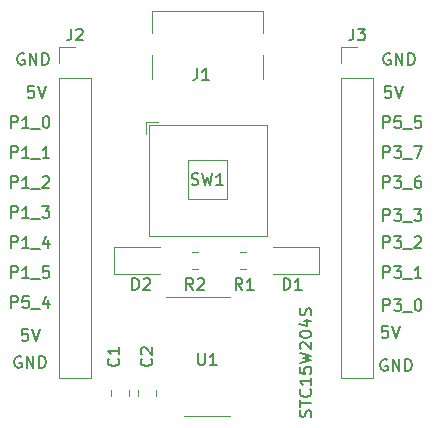
<source format=gbr>
%TF.GenerationSoftware,KiCad,Pcbnew,(6.0.7)*%
%TF.CreationDate,2022-09-27T17:11:20+08:00*%
%TF.ProjectId,51,35312e6b-6963-4616-945f-706362585858,rev?*%
%TF.SameCoordinates,Original*%
%TF.FileFunction,Legend,Top*%
%TF.FilePolarity,Positive*%
%FSLAX46Y46*%
G04 Gerber Fmt 4.6, Leading zero omitted, Abs format (unit mm)*
G04 Created by KiCad (PCBNEW (6.0.7)) date 2022-09-27 17:11:20*
%MOMM*%
%LPD*%
G01*
G04 APERTURE LIST*
%ADD10C,0.150000*%
%ADD11C,0.120000*%
G04 APERTURE END LIST*
D10*
X110418761Y-46172380D02*
X110418761Y-45172380D01*
X110799714Y-45172380D01*
X110894952Y-45220000D01*
X110942571Y-45267619D01*
X110990190Y-45362857D01*
X110990190Y-45505714D01*
X110942571Y-45600952D01*
X110894952Y-45648571D01*
X110799714Y-45696190D01*
X110418761Y-45696190D01*
X111323523Y-45172380D02*
X111942571Y-45172380D01*
X111609238Y-45553333D01*
X111752095Y-45553333D01*
X111847333Y-45600952D01*
X111894952Y-45648571D01*
X111942571Y-45743809D01*
X111942571Y-45981904D01*
X111894952Y-46077142D01*
X111847333Y-46124761D01*
X111752095Y-46172380D01*
X111466380Y-46172380D01*
X111371142Y-46124761D01*
X111323523Y-46077142D01*
X112133047Y-46267619D02*
X112894952Y-46267619D01*
X113561619Y-45172380D02*
X113371142Y-45172380D01*
X113275904Y-45220000D01*
X113228285Y-45267619D01*
X113133047Y-45410476D01*
X113085428Y-45600952D01*
X113085428Y-45981904D01*
X113133047Y-46077142D01*
X113180666Y-46124761D01*
X113275904Y-46172380D01*
X113466380Y-46172380D01*
X113561619Y-46124761D01*
X113609238Y-46077142D01*
X113656857Y-45981904D01*
X113656857Y-45743809D01*
X113609238Y-45648571D01*
X113561619Y-45600952D01*
X113466380Y-45553333D01*
X113275904Y-45553333D01*
X113180666Y-45600952D01*
X113133047Y-45648571D01*
X113085428Y-45743809D01*
X78922761Y-46172380D02*
X78922761Y-45172380D01*
X79303714Y-45172380D01*
X79398952Y-45220000D01*
X79446571Y-45267619D01*
X79494190Y-45362857D01*
X79494190Y-45505714D01*
X79446571Y-45600952D01*
X79398952Y-45648571D01*
X79303714Y-45696190D01*
X78922761Y-45696190D01*
X80446571Y-46172380D02*
X79875142Y-46172380D01*
X80160857Y-46172380D02*
X80160857Y-45172380D01*
X80065619Y-45315238D01*
X79970380Y-45410476D01*
X79875142Y-45458095D01*
X80637047Y-46267619D02*
X81398952Y-46267619D01*
X81589428Y-45267619D02*
X81637047Y-45220000D01*
X81732285Y-45172380D01*
X81970380Y-45172380D01*
X82065619Y-45220000D01*
X82113238Y-45267619D01*
X82160857Y-45362857D01*
X82160857Y-45458095D01*
X82113238Y-45600952D01*
X81541809Y-46172380D01*
X82160857Y-46172380D01*
X110418761Y-41092380D02*
X110418761Y-40092380D01*
X110799714Y-40092380D01*
X110894952Y-40140000D01*
X110942571Y-40187619D01*
X110990190Y-40282857D01*
X110990190Y-40425714D01*
X110942571Y-40520952D01*
X110894952Y-40568571D01*
X110799714Y-40616190D01*
X110418761Y-40616190D01*
X111894952Y-40092380D02*
X111418761Y-40092380D01*
X111371142Y-40568571D01*
X111418761Y-40520952D01*
X111514000Y-40473333D01*
X111752095Y-40473333D01*
X111847333Y-40520952D01*
X111894952Y-40568571D01*
X111942571Y-40663809D01*
X111942571Y-40901904D01*
X111894952Y-40997142D01*
X111847333Y-41044761D01*
X111752095Y-41092380D01*
X111514000Y-41092380D01*
X111418761Y-41044761D01*
X111371142Y-40997142D01*
X112133047Y-41187619D02*
X112894952Y-41187619D01*
X113609238Y-40092380D02*
X113133047Y-40092380D01*
X113085428Y-40568571D01*
X113133047Y-40520952D01*
X113228285Y-40473333D01*
X113466380Y-40473333D01*
X113561619Y-40520952D01*
X113609238Y-40568571D01*
X113656857Y-40663809D01*
X113656857Y-40901904D01*
X113609238Y-40997142D01*
X113561619Y-41044761D01*
X113466380Y-41092380D01*
X113228285Y-41092380D01*
X113133047Y-41044761D01*
X113085428Y-40997142D01*
X78922761Y-41092380D02*
X78922761Y-40092380D01*
X79303714Y-40092380D01*
X79398952Y-40140000D01*
X79446571Y-40187619D01*
X79494190Y-40282857D01*
X79494190Y-40425714D01*
X79446571Y-40520952D01*
X79398952Y-40568571D01*
X79303714Y-40616190D01*
X78922761Y-40616190D01*
X80446571Y-41092380D02*
X79875142Y-41092380D01*
X80160857Y-41092380D02*
X80160857Y-40092380D01*
X80065619Y-40235238D01*
X79970380Y-40330476D01*
X79875142Y-40378095D01*
X80637047Y-41187619D02*
X81398952Y-41187619D01*
X81827523Y-40092380D02*
X81922761Y-40092380D01*
X82018000Y-40140000D01*
X82065619Y-40187619D01*
X82113238Y-40282857D01*
X82160857Y-40473333D01*
X82160857Y-40711428D01*
X82113238Y-40901904D01*
X82065619Y-40997142D01*
X82018000Y-41044761D01*
X81922761Y-41092380D01*
X81827523Y-41092380D01*
X81732285Y-41044761D01*
X81684666Y-40997142D01*
X81637047Y-40901904D01*
X81589428Y-40711428D01*
X81589428Y-40473333D01*
X81637047Y-40282857D01*
X81684666Y-40187619D01*
X81732285Y-40140000D01*
X81827523Y-40092380D01*
X78922761Y-43632380D02*
X78922761Y-42632380D01*
X79303714Y-42632380D01*
X79398952Y-42680000D01*
X79446571Y-42727619D01*
X79494190Y-42822857D01*
X79494190Y-42965714D01*
X79446571Y-43060952D01*
X79398952Y-43108571D01*
X79303714Y-43156190D01*
X78922761Y-43156190D01*
X80446571Y-43632380D02*
X79875142Y-43632380D01*
X80160857Y-43632380D02*
X80160857Y-42632380D01*
X80065619Y-42775238D01*
X79970380Y-42870476D01*
X79875142Y-42918095D01*
X80637047Y-43727619D02*
X81398952Y-43727619D01*
X82160857Y-43632380D02*
X81589428Y-43632380D01*
X81875142Y-43632380D02*
X81875142Y-42632380D01*
X81779904Y-42775238D01*
X81684666Y-42870476D01*
X81589428Y-42918095D01*
X80010095Y-34806000D02*
X79914857Y-34758380D01*
X79772000Y-34758380D01*
X79629142Y-34806000D01*
X79533904Y-34901238D01*
X79486285Y-34996476D01*
X79438666Y-35186952D01*
X79438666Y-35329809D01*
X79486285Y-35520285D01*
X79533904Y-35615523D01*
X79629142Y-35710761D01*
X79772000Y-35758380D01*
X79867238Y-35758380D01*
X80010095Y-35710761D01*
X80057714Y-35663142D01*
X80057714Y-35329809D01*
X79867238Y-35329809D01*
X80486285Y-35758380D02*
X80486285Y-34758380D01*
X81057714Y-35758380D01*
X81057714Y-34758380D01*
X81533904Y-35758380D02*
X81533904Y-34758380D01*
X81772000Y-34758380D01*
X81914857Y-34806000D01*
X82010095Y-34901238D01*
X82057714Y-34996476D01*
X82105333Y-35186952D01*
X82105333Y-35329809D01*
X82057714Y-35520285D01*
X82010095Y-35615523D01*
X81914857Y-35710761D01*
X81772000Y-35758380D01*
X81533904Y-35758380D01*
X110418761Y-43632380D02*
X110418761Y-42632380D01*
X110799714Y-42632380D01*
X110894952Y-42680000D01*
X110942571Y-42727619D01*
X110990190Y-42822857D01*
X110990190Y-42965714D01*
X110942571Y-43060952D01*
X110894952Y-43108571D01*
X110799714Y-43156190D01*
X110418761Y-43156190D01*
X111323523Y-42632380D02*
X111942571Y-42632380D01*
X111609238Y-43013333D01*
X111752095Y-43013333D01*
X111847333Y-43060952D01*
X111894952Y-43108571D01*
X111942571Y-43203809D01*
X111942571Y-43441904D01*
X111894952Y-43537142D01*
X111847333Y-43584761D01*
X111752095Y-43632380D01*
X111466380Y-43632380D01*
X111371142Y-43584761D01*
X111323523Y-43537142D01*
X112133047Y-43727619D02*
X112894952Y-43727619D01*
X113037809Y-42632380D02*
X113704476Y-42632380D01*
X113275904Y-43632380D01*
X110744095Y-60714000D02*
X110648857Y-60666380D01*
X110506000Y-60666380D01*
X110363142Y-60714000D01*
X110267904Y-60809238D01*
X110220285Y-60904476D01*
X110172666Y-61094952D01*
X110172666Y-61237809D01*
X110220285Y-61428285D01*
X110267904Y-61523523D01*
X110363142Y-61618761D01*
X110506000Y-61666380D01*
X110601238Y-61666380D01*
X110744095Y-61618761D01*
X110791714Y-61571142D01*
X110791714Y-61237809D01*
X110601238Y-61237809D01*
X111220285Y-61666380D02*
X111220285Y-60666380D01*
X111791714Y-61666380D01*
X111791714Y-60666380D01*
X112267904Y-61666380D02*
X112267904Y-60666380D01*
X112506000Y-60666380D01*
X112648857Y-60714000D01*
X112744095Y-60809238D01*
X112791714Y-60904476D01*
X112839333Y-61094952D01*
X112839333Y-61237809D01*
X112791714Y-61428285D01*
X112744095Y-61523523D01*
X112648857Y-61618761D01*
X112506000Y-61666380D01*
X112267904Y-61666380D01*
X80835523Y-37552380D02*
X80359333Y-37552380D01*
X80311714Y-38028571D01*
X80359333Y-37980952D01*
X80454571Y-37933333D01*
X80692666Y-37933333D01*
X80787904Y-37980952D01*
X80835523Y-38028571D01*
X80883142Y-38123809D01*
X80883142Y-38361904D01*
X80835523Y-38457142D01*
X80787904Y-38504761D01*
X80692666Y-38552380D01*
X80454571Y-38552380D01*
X80359333Y-38504761D01*
X80311714Y-38457142D01*
X81168857Y-37552380D02*
X81502190Y-38552380D01*
X81835523Y-37552380D01*
X110998095Y-34806000D02*
X110902857Y-34758380D01*
X110760000Y-34758380D01*
X110617142Y-34806000D01*
X110521904Y-34901238D01*
X110474285Y-34996476D01*
X110426666Y-35186952D01*
X110426666Y-35329809D01*
X110474285Y-35520285D01*
X110521904Y-35615523D01*
X110617142Y-35710761D01*
X110760000Y-35758380D01*
X110855238Y-35758380D01*
X110998095Y-35710761D01*
X111045714Y-35663142D01*
X111045714Y-35329809D01*
X110855238Y-35329809D01*
X111474285Y-35758380D02*
X111474285Y-34758380D01*
X112045714Y-35758380D01*
X112045714Y-34758380D01*
X112521904Y-35758380D02*
X112521904Y-34758380D01*
X112760000Y-34758380D01*
X112902857Y-34806000D01*
X112998095Y-34901238D01*
X113045714Y-34996476D01*
X113093333Y-35186952D01*
X113093333Y-35329809D01*
X113045714Y-35520285D01*
X112998095Y-35615523D01*
X112902857Y-35710761D01*
X112760000Y-35758380D01*
X112521904Y-35758380D01*
X110418761Y-48966380D02*
X110418761Y-47966380D01*
X110799714Y-47966380D01*
X110894952Y-48014000D01*
X110942571Y-48061619D01*
X110990190Y-48156857D01*
X110990190Y-48299714D01*
X110942571Y-48394952D01*
X110894952Y-48442571D01*
X110799714Y-48490190D01*
X110418761Y-48490190D01*
X111323523Y-47966380D02*
X111942571Y-47966380D01*
X111609238Y-48347333D01*
X111752095Y-48347333D01*
X111847333Y-48394952D01*
X111894952Y-48442571D01*
X111942571Y-48537809D01*
X111942571Y-48775904D01*
X111894952Y-48871142D01*
X111847333Y-48918761D01*
X111752095Y-48966380D01*
X111466380Y-48966380D01*
X111371142Y-48918761D01*
X111323523Y-48871142D01*
X112133047Y-49061619D02*
X112894952Y-49061619D01*
X113037809Y-47966380D02*
X113656857Y-47966380D01*
X113323523Y-48347333D01*
X113466380Y-48347333D01*
X113561619Y-48394952D01*
X113609238Y-48442571D01*
X113656857Y-48537809D01*
X113656857Y-48775904D01*
X113609238Y-48871142D01*
X113561619Y-48918761D01*
X113466380Y-48966380D01*
X113180666Y-48966380D01*
X113085428Y-48918761D01*
X113037809Y-48871142D01*
X80327523Y-58126380D02*
X79851333Y-58126380D01*
X79803714Y-58602571D01*
X79851333Y-58554952D01*
X79946571Y-58507333D01*
X80184666Y-58507333D01*
X80279904Y-58554952D01*
X80327523Y-58602571D01*
X80375142Y-58697809D01*
X80375142Y-58935904D01*
X80327523Y-59031142D01*
X80279904Y-59078761D01*
X80184666Y-59126380D01*
X79946571Y-59126380D01*
X79851333Y-59078761D01*
X79803714Y-59031142D01*
X80660857Y-58126380D02*
X80994190Y-59126380D01*
X81327523Y-58126380D01*
X110418761Y-53792380D02*
X110418761Y-52792380D01*
X110799714Y-52792380D01*
X110894952Y-52840000D01*
X110942571Y-52887619D01*
X110990190Y-52982857D01*
X110990190Y-53125714D01*
X110942571Y-53220952D01*
X110894952Y-53268571D01*
X110799714Y-53316190D01*
X110418761Y-53316190D01*
X111323523Y-52792380D02*
X111942571Y-52792380D01*
X111609238Y-53173333D01*
X111752095Y-53173333D01*
X111847333Y-53220952D01*
X111894952Y-53268571D01*
X111942571Y-53363809D01*
X111942571Y-53601904D01*
X111894952Y-53697142D01*
X111847333Y-53744761D01*
X111752095Y-53792380D01*
X111466380Y-53792380D01*
X111371142Y-53744761D01*
X111323523Y-53697142D01*
X112133047Y-53887619D02*
X112894952Y-53887619D01*
X113656857Y-53792380D02*
X113085428Y-53792380D01*
X113371142Y-53792380D02*
X113371142Y-52792380D01*
X113275904Y-52935238D01*
X113180666Y-53030476D01*
X113085428Y-53078095D01*
X110418761Y-51252380D02*
X110418761Y-50252380D01*
X110799714Y-50252380D01*
X110894952Y-50300000D01*
X110942571Y-50347619D01*
X110990190Y-50442857D01*
X110990190Y-50585714D01*
X110942571Y-50680952D01*
X110894952Y-50728571D01*
X110799714Y-50776190D01*
X110418761Y-50776190D01*
X111323523Y-50252380D02*
X111942571Y-50252380D01*
X111609238Y-50633333D01*
X111752095Y-50633333D01*
X111847333Y-50680952D01*
X111894952Y-50728571D01*
X111942571Y-50823809D01*
X111942571Y-51061904D01*
X111894952Y-51157142D01*
X111847333Y-51204761D01*
X111752095Y-51252380D01*
X111466380Y-51252380D01*
X111371142Y-51204761D01*
X111323523Y-51157142D01*
X112133047Y-51347619D02*
X112894952Y-51347619D01*
X113085428Y-50347619D02*
X113133047Y-50300000D01*
X113228285Y-50252380D01*
X113466380Y-50252380D01*
X113561619Y-50300000D01*
X113609238Y-50347619D01*
X113656857Y-50442857D01*
X113656857Y-50538095D01*
X113609238Y-50680952D01*
X113037809Y-51252380D01*
X113656857Y-51252380D01*
X110807523Y-57872380D02*
X110331333Y-57872380D01*
X110283714Y-58348571D01*
X110331333Y-58300952D01*
X110426571Y-58253333D01*
X110664666Y-58253333D01*
X110759904Y-58300952D01*
X110807523Y-58348571D01*
X110855142Y-58443809D01*
X110855142Y-58681904D01*
X110807523Y-58777142D01*
X110759904Y-58824761D01*
X110664666Y-58872380D01*
X110426571Y-58872380D01*
X110331333Y-58824761D01*
X110283714Y-58777142D01*
X111140857Y-57872380D02*
X111474190Y-58872380D01*
X111807523Y-57872380D01*
X78922761Y-56332380D02*
X78922761Y-55332380D01*
X79303714Y-55332380D01*
X79398952Y-55380000D01*
X79446571Y-55427619D01*
X79494190Y-55522857D01*
X79494190Y-55665714D01*
X79446571Y-55760952D01*
X79398952Y-55808571D01*
X79303714Y-55856190D01*
X78922761Y-55856190D01*
X80398952Y-55332380D02*
X79922761Y-55332380D01*
X79875142Y-55808571D01*
X79922761Y-55760952D01*
X80018000Y-55713333D01*
X80256095Y-55713333D01*
X80351333Y-55760952D01*
X80398952Y-55808571D01*
X80446571Y-55903809D01*
X80446571Y-56141904D01*
X80398952Y-56237142D01*
X80351333Y-56284761D01*
X80256095Y-56332380D01*
X80018000Y-56332380D01*
X79922761Y-56284761D01*
X79875142Y-56237142D01*
X80637047Y-56427619D02*
X81398952Y-56427619D01*
X82065619Y-55665714D02*
X82065619Y-56332380D01*
X81827523Y-55284761D02*
X81589428Y-55999047D01*
X82208476Y-55999047D01*
X111061523Y-37552380D02*
X110585333Y-37552380D01*
X110537714Y-38028571D01*
X110585333Y-37980952D01*
X110680571Y-37933333D01*
X110918666Y-37933333D01*
X111013904Y-37980952D01*
X111061523Y-38028571D01*
X111109142Y-38123809D01*
X111109142Y-38361904D01*
X111061523Y-38457142D01*
X111013904Y-38504761D01*
X110918666Y-38552380D01*
X110680571Y-38552380D01*
X110585333Y-38504761D01*
X110537714Y-38457142D01*
X111394857Y-37552380D02*
X111728190Y-38552380D01*
X112061523Y-37552380D01*
X79756095Y-60460000D02*
X79660857Y-60412380D01*
X79518000Y-60412380D01*
X79375142Y-60460000D01*
X79279904Y-60555238D01*
X79232285Y-60650476D01*
X79184666Y-60840952D01*
X79184666Y-60983809D01*
X79232285Y-61174285D01*
X79279904Y-61269523D01*
X79375142Y-61364761D01*
X79518000Y-61412380D01*
X79613238Y-61412380D01*
X79756095Y-61364761D01*
X79803714Y-61317142D01*
X79803714Y-60983809D01*
X79613238Y-60983809D01*
X80232285Y-61412380D02*
X80232285Y-60412380D01*
X80803714Y-61412380D01*
X80803714Y-60412380D01*
X81279904Y-61412380D02*
X81279904Y-60412380D01*
X81518000Y-60412380D01*
X81660857Y-60460000D01*
X81756095Y-60555238D01*
X81803714Y-60650476D01*
X81851333Y-60840952D01*
X81851333Y-60983809D01*
X81803714Y-61174285D01*
X81756095Y-61269523D01*
X81660857Y-61364761D01*
X81518000Y-61412380D01*
X81279904Y-61412380D01*
X104290761Y-65555238D02*
X104338380Y-65412380D01*
X104338380Y-65174285D01*
X104290761Y-65079047D01*
X104243142Y-65031428D01*
X104147904Y-64983809D01*
X104052666Y-64983809D01*
X103957428Y-65031428D01*
X103909809Y-65079047D01*
X103862190Y-65174285D01*
X103814571Y-65364761D01*
X103766952Y-65460000D01*
X103719333Y-65507619D01*
X103624095Y-65555238D01*
X103528857Y-65555238D01*
X103433619Y-65507619D01*
X103386000Y-65460000D01*
X103338380Y-65364761D01*
X103338380Y-65126666D01*
X103386000Y-64983809D01*
X103338380Y-64698095D02*
X103338380Y-64126666D01*
X104338380Y-64412380D02*
X103338380Y-64412380D01*
X104243142Y-63221904D02*
X104290761Y-63269523D01*
X104338380Y-63412380D01*
X104338380Y-63507619D01*
X104290761Y-63650476D01*
X104195523Y-63745714D01*
X104100285Y-63793333D01*
X103909809Y-63840952D01*
X103766952Y-63840952D01*
X103576476Y-63793333D01*
X103481238Y-63745714D01*
X103386000Y-63650476D01*
X103338380Y-63507619D01*
X103338380Y-63412380D01*
X103386000Y-63269523D01*
X103433619Y-63221904D01*
X104338380Y-62269523D02*
X104338380Y-62840952D01*
X104338380Y-62555238D02*
X103338380Y-62555238D01*
X103481238Y-62650476D01*
X103576476Y-62745714D01*
X103624095Y-62840952D01*
X103338380Y-61364761D02*
X103338380Y-61840952D01*
X103814571Y-61888571D01*
X103766952Y-61840952D01*
X103719333Y-61745714D01*
X103719333Y-61507619D01*
X103766952Y-61412380D01*
X103814571Y-61364761D01*
X103909809Y-61317142D01*
X104147904Y-61317142D01*
X104243142Y-61364761D01*
X104290761Y-61412380D01*
X104338380Y-61507619D01*
X104338380Y-61745714D01*
X104290761Y-61840952D01*
X104243142Y-61888571D01*
X103338380Y-60983809D02*
X104338380Y-60745714D01*
X103624095Y-60555238D01*
X104338380Y-60364761D01*
X103338380Y-60126666D01*
X103433619Y-59793333D02*
X103386000Y-59745714D01*
X103338380Y-59650476D01*
X103338380Y-59412380D01*
X103386000Y-59317142D01*
X103433619Y-59269523D01*
X103528857Y-59221904D01*
X103624095Y-59221904D01*
X103766952Y-59269523D01*
X104338380Y-59840952D01*
X104338380Y-59221904D01*
X103338380Y-58602857D02*
X103338380Y-58507619D01*
X103386000Y-58412380D01*
X103433619Y-58364761D01*
X103528857Y-58317142D01*
X103719333Y-58269523D01*
X103957428Y-58269523D01*
X104147904Y-58317142D01*
X104243142Y-58364761D01*
X104290761Y-58412380D01*
X104338380Y-58507619D01*
X104338380Y-58602857D01*
X104290761Y-58698095D01*
X104243142Y-58745714D01*
X104147904Y-58793333D01*
X103957428Y-58840952D01*
X103719333Y-58840952D01*
X103528857Y-58793333D01*
X103433619Y-58745714D01*
X103386000Y-58698095D01*
X103338380Y-58602857D01*
X103671714Y-57412380D02*
X104338380Y-57412380D01*
X103290761Y-57650476D02*
X104005047Y-57888571D01*
X104005047Y-57269523D01*
X104290761Y-56936190D02*
X104338380Y-56793333D01*
X104338380Y-56555238D01*
X104290761Y-56460000D01*
X104243142Y-56412380D01*
X104147904Y-56364761D01*
X104052666Y-56364761D01*
X103957428Y-56412380D01*
X103909809Y-56460000D01*
X103862190Y-56555238D01*
X103814571Y-56745714D01*
X103766952Y-56840952D01*
X103719333Y-56888571D01*
X103624095Y-56936190D01*
X103528857Y-56936190D01*
X103433619Y-56888571D01*
X103386000Y-56840952D01*
X103338380Y-56745714D01*
X103338380Y-56507619D01*
X103386000Y-56364761D01*
X110418761Y-56586380D02*
X110418761Y-55586380D01*
X110799714Y-55586380D01*
X110894952Y-55634000D01*
X110942571Y-55681619D01*
X110990190Y-55776857D01*
X110990190Y-55919714D01*
X110942571Y-56014952D01*
X110894952Y-56062571D01*
X110799714Y-56110190D01*
X110418761Y-56110190D01*
X111323523Y-55586380D02*
X111942571Y-55586380D01*
X111609238Y-55967333D01*
X111752095Y-55967333D01*
X111847333Y-56014952D01*
X111894952Y-56062571D01*
X111942571Y-56157809D01*
X111942571Y-56395904D01*
X111894952Y-56491142D01*
X111847333Y-56538761D01*
X111752095Y-56586380D01*
X111466380Y-56586380D01*
X111371142Y-56538761D01*
X111323523Y-56491142D01*
X112133047Y-56681619D02*
X112894952Y-56681619D01*
X113323523Y-55586380D02*
X113418761Y-55586380D01*
X113514000Y-55634000D01*
X113561619Y-55681619D01*
X113609238Y-55776857D01*
X113656857Y-55967333D01*
X113656857Y-56205428D01*
X113609238Y-56395904D01*
X113561619Y-56491142D01*
X113514000Y-56538761D01*
X113418761Y-56586380D01*
X113323523Y-56586380D01*
X113228285Y-56538761D01*
X113180666Y-56491142D01*
X113133047Y-56395904D01*
X113085428Y-56205428D01*
X113085428Y-55967333D01*
X113133047Y-55776857D01*
X113180666Y-55681619D01*
X113228285Y-55634000D01*
X113323523Y-55586380D01*
X78922761Y-48712380D02*
X78922761Y-47712380D01*
X79303714Y-47712380D01*
X79398952Y-47760000D01*
X79446571Y-47807619D01*
X79494190Y-47902857D01*
X79494190Y-48045714D01*
X79446571Y-48140952D01*
X79398952Y-48188571D01*
X79303714Y-48236190D01*
X78922761Y-48236190D01*
X80446571Y-48712380D02*
X79875142Y-48712380D01*
X80160857Y-48712380D02*
X80160857Y-47712380D01*
X80065619Y-47855238D01*
X79970380Y-47950476D01*
X79875142Y-47998095D01*
X80637047Y-48807619D02*
X81398952Y-48807619D01*
X81541809Y-47712380D02*
X82160857Y-47712380D01*
X81827523Y-48093333D01*
X81970380Y-48093333D01*
X82065619Y-48140952D01*
X82113238Y-48188571D01*
X82160857Y-48283809D01*
X82160857Y-48521904D01*
X82113238Y-48617142D01*
X82065619Y-48664761D01*
X81970380Y-48712380D01*
X81684666Y-48712380D01*
X81589428Y-48664761D01*
X81541809Y-48617142D01*
X78922761Y-53792380D02*
X78922761Y-52792380D01*
X79303714Y-52792380D01*
X79398952Y-52840000D01*
X79446571Y-52887619D01*
X79494190Y-52982857D01*
X79494190Y-53125714D01*
X79446571Y-53220952D01*
X79398952Y-53268571D01*
X79303714Y-53316190D01*
X78922761Y-53316190D01*
X80446571Y-53792380D02*
X79875142Y-53792380D01*
X80160857Y-53792380D02*
X80160857Y-52792380D01*
X80065619Y-52935238D01*
X79970380Y-53030476D01*
X79875142Y-53078095D01*
X80637047Y-53887619D02*
X81398952Y-53887619D01*
X82113238Y-52792380D02*
X81637047Y-52792380D01*
X81589428Y-53268571D01*
X81637047Y-53220952D01*
X81732285Y-53173333D01*
X81970380Y-53173333D01*
X82065619Y-53220952D01*
X82113238Y-53268571D01*
X82160857Y-53363809D01*
X82160857Y-53601904D01*
X82113238Y-53697142D01*
X82065619Y-53744761D01*
X81970380Y-53792380D01*
X81732285Y-53792380D01*
X81637047Y-53744761D01*
X81589428Y-53697142D01*
X78922761Y-51252380D02*
X78922761Y-50252380D01*
X79303714Y-50252380D01*
X79398952Y-50300000D01*
X79446571Y-50347619D01*
X79494190Y-50442857D01*
X79494190Y-50585714D01*
X79446571Y-50680952D01*
X79398952Y-50728571D01*
X79303714Y-50776190D01*
X78922761Y-50776190D01*
X80446571Y-51252380D02*
X79875142Y-51252380D01*
X80160857Y-51252380D02*
X80160857Y-50252380D01*
X80065619Y-50395238D01*
X79970380Y-50490476D01*
X79875142Y-50538095D01*
X80637047Y-51347619D02*
X81398952Y-51347619D01*
X82065619Y-50585714D02*
X82065619Y-51252380D01*
X81827523Y-50204761D02*
X81589428Y-50919047D01*
X82208476Y-50919047D01*
%TO.C,C2*%
X90781142Y-60618666D02*
X90828761Y-60666285D01*
X90876380Y-60809142D01*
X90876380Y-60904380D01*
X90828761Y-61047238D01*
X90733523Y-61142476D01*
X90638285Y-61190095D01*
X90447809Y-61237714D01*
X90304952Y-61237714D01*
X90114476Y-61190095D01*
X90019238Y-61142476D01*
X89924000Y-61047238D01*
X89876380Y-60904380D01*
X89876380Y-60809142D01*
X89924000Y-60666285D01*
X89971619Y-60618666D01*
X89971619Y-60237714D02*
X89924000Y-60190095D01*
X89876380Y-60094857D01*
X89876380Y-59856761D01*
X89924000Y-59761523D01*
X89971619Y-59713904D01*
X90066857Y-59666285D01*
X90162095Y-59666285D01*
X90304952Y-59713904D01*
X90876380Y-60285333D01*
X90876380Y-59666285D01*
%TO.C,C1*%
X87987142Y-60618666D02*
X88034761Y-60666285D01*
X88082380Y-60809142D01*
X88082380Y-60904380D01*
X88034761Y-61047238D01*
X87939523Y-61142476D01*
X87844285Y-61190095D01*
X87653809Y-61237714D01*
X87510952Y-61237714D01*
X87320476Y-61190095D01*
X87225238Y-61142476D01*
X87130000Y-61047238D01*
X87082380Y-60904380D01*
X87082380Y-60809142D01*
X87130000Y-60666285D01*
X87177619Y-60618666D01*
X88082380Y-59666285D02*
X88082380Y-60237714D01*
X88082380Y-59952000D02*
X87082380Y-59952000D01*
X87225238Y-60047238D01*
X87320476Y-60142476D01*
X87368095Y-60237714D01*
%TO.C,D2*%
X89177904Y-54808380D02*
X89177904Y-53808380D01*
X89416000Y-53808380D01*
X89558857Y-53856000D01*
X89654095Y-53951238D01*
X89701714Y-54046476D01*
X89749333Y-54236952D01*
X89749333Y-54379809D01*
X89701714Y-54570285D01*
X89654095Y-54665523D01*
X89558857Y-54760761D01*
X89416000Y-54808380D01*
X89177904Y-54808380D01*
X90130285Y-53903619D02*
X90177904Y-53856000D01*
X90273142Y-53808380D01*
X90511238Y-53808380D01*
X90606476Y-53856000D01*
X90654095Y-53903619D01*
X90701714Y-53998857D01*
X90701714Y-54094095D01*
X90654095Y-54236952D01*
X90082666Y-54808380D01*
X90701714Y-54808380D01*
%TO.C,D1*%
X101981404Y-54808380D02*
X101981404Y-53808380D01*
X102219500Y-53808380D01*
X102362357Y-53856000D01*
X102457595Y-53951238D01*
X102505214Y-54046476D01*
X102552833Y-54236952D01*
X102552833Y-54379809D01*
X102505214Y-54570285D01*
X102457595Y-54665523D01*
X102362357Y-54760761D01*
X102219500Y-54808380D01*
X101981404Y-54808380D01*
X103505214Y-54808380D02*
X102933785Y-54808380D01*
X103219500Y-54808380D02*
X103219500Y-53808380D01*
X103124261Y-53951238D01*
X103029023Y-54046476D01*
X102933785Y-54094095D01*
%TO.C,R2*%
X94321333Y-54808380D02*
X93988000Y-54332190D01*
X93749904Y-54808380D02*
X93749904Y-53808380D01*
X94130857Y-53808380D01*
X94226095Y-53856000D01*
X94273714Y-53903619D01*
X94321333Y-53998857D01*
X94321333Y-54141714D01*
X94273714Y-54236952D01*
X94226095Y-54284571D01*
X94130857Y-54332190D01*
X93749904Y-54332190D01*
X94702285Y-53903619D02*
X94749904Y-53856000D01*
X94845142Y-53808380D01*
X95083238Y-53808380D01*
X95178476Y-53856000D01*
X95226095Y-53903619D01*
X95273714Y-53998857D01*
X95273714Y-54094095D01*
X95226095Y-54236952D01*
X94654666Y-54808380D01*
X95273714Y-54808380D01*
%TO.C,J1*%
X94662666Y-36028380D02*
X94662666Y-36742666D01*
X94615047Y-36885523D01*
X94519809Y-36980761D01*
X94376952Y-37028380D01*
X94281714Y-37028380D01*
X95662666Y-37028380D02*
X95091238Y-37028380D01*
X95376952Y-37028380D02*
X95376952Y-36028380D01*
X95281714Y-36171238D01*
X95186476Y-36266476D01*
X95091238Y-36314095D01*
%TO.C,SW1*%
X94198166Y-45870761D02*
X94341023Y-45918380D01*
X94579119Y-45918380D01*
X94674357Y-45870761D01*
X94721976Y-45823142D01*
X94769595Y-45727904D01*
X94769595Y-45632666D01*
X94721976Y-45537428D01*
X94674357Y-45489809D01*
X94579119Y-45442190D01*
X94388642Y-45394571D01*
X94293404Y-45346952D01*
X94245785Y-45299333D01*
X94198166Y-45204095D01*
X94198166Y-45108857D01*
X94245785Y-45013619D01*
X94293404Y-44966000D01*
X94388642Y-44918380D01*
X94626738Y-44918380D01*
X94769595Y-44966000D01*
X95102928Y-44918380D02*
X95341023Y-45918380D01*
X95531500Y-45204095D01*
X95721976Y-45918380D01*
X95960071Y-44918380D01*
X96864833Y-45918380D02*
X96293404Y-45918380D01*
X96579119Y-45918380D02*
X96579119Y-44918380D01*
X96483880Y-45061238D01*
X96388642Y-45156476D01*
X96293404Y-45204095D01*
%TO.C,R1*%
X98488833Y-54808380D02*
X98155500Y-54332190D01*
X97917404Y-54808380D02*
X97917404Y-53808380D01*
X98298357Y-53808380D01*
X98393595Y-53856000D01*
X98441214Y-53903619D01*
X98488833Y-53998857D01*
X98488833Y-54141714D01*
X98441214Y-54236952D01*
X98393595Y-54284571D01*
X98298357Y-54332190D01*
X97917404Y-54332190D01*
X99441214Y-54808380D02*
X98869785Y-54808380D01*
X99155500Y-54808380D02*
X99155500Y-53808380D01*
X99060261Y-53951238D01*
X98965023Y-54046476D01*
X98869785Y-54094095D01*
%TO.C,J3*%
X107870666Y-32682380D02*
X107870666Y-33396666D01*
X107823047Y-33539523D01*
X107727809Y-33634761D01*
X107584952Y-33682380D01*
X107489714Y-33682380D01*
X108251619Y-32682380D02*
X108870666Y-32682380D01*
X108537333Y-33063333D01*
X108680190Y-33063333D01*
X108775428Y-33110952D01*
X108823047Y-33158571D01*
X108870666Y-33253809D01*
X108870666Y-33491904D01*
X108823047Y-33587142D01*
X108775428Y-33634761D01*
X108680190Y-33682380D01*
X108394476Y-33682380D01*
X108299238Y-33634761D01*
X108251619Y-33587142D01*
%TO.C,U1*%
X94742095Y-60158380D02*
X94742095Y-60967904D01*
X94789714Y-61063142D01*
X94837333Y-61110761D01*
X94932571Y-61158380D01*
X95123047Y-61158380D01*
X95218285Y-61110761D01*
X95265904Y-61063142D01*
X95313523Y-60967904D01*
X95313523Y-60158380D01*
X96313523Y-61158380D02*
X95742095Y-61158380D01*
X96027809Y-61158380D02*
X96027809Y-60158380D01*
X95932571Y-60301238D01*
X95837333Y-60396476D01*
X95742095Y-60444095D01*
%TO.C,J2*%
X83994666Y-32682380D02*
X83994666Y-33396666D01*
X83947047Y-33539523D01*
X83851809Y-33634761D01*
X83708952Y-33682380D01*
X83613714Y-33682380D01*
X84423238Y-32777619D02*
X84470857Y-32730000D01*
X84566095Y-32682380D01*
X84804190Y-32682380D01*
X84899428Y-32730000D01*
X84947047Y-32777619D01*
X84994666Y-32872857D01*
X84994666Y-32968095D01*
X84947047Y-33110952D01*
X84375619Y-33682380D01*
X84994666Y-33682380D01*
D11*
%TO.C,C2*%
X91159000Y-63238748D02*
X91159000Y-63761252D01*
X89689000Y-63238748D02*
X89689000Y-63761252D01*
%TO.C,C1*%
X87403000Y-63238748D02*
X87403000Y-63761252D01*
X88873000Y-63238748D02*
X88873000Y-63761252D01*
%TO.C,D2*%
X91516000Y-51189000D02*
X87631000Y-51189000D01*
X87631000Y-51189000D02*
X87631000Y-53459000D01*
X87631000Y-53459000D02*
X91516000Y-53459000D01*
%TO.C,D1*%
X101119500Y-53459000D02*
X105004500Y-53459000D01*
X105004500Y-51189000D02*
X101119500Y-51189000D01*
X105004500Y-53459000D02*
X105004500Y-51189000D01*
%TO.C,R2*%
X94260936Y-51589000D02*
X94715064Y-51589000D01*
X94260936Y-53059000D02*
X94715064Y-53059000D01*
%TO.C,J1*%
X100204000Y-33052000D02*
X100204000Y-31152000D01*
X90804000Y-36952000D02*
X90804000Y-34952000D01*
X100204000Y-31152000D02*
X90804000Y-31152000D01*
X90804000Y-33052000D02*
X90804000Y-31152000D01*
X100204000Y-36952000D02*
X100204000Y-34952000D01*
%TO.C,SW1*%
X90311500Y-41573500D02*
X90311500Y-40573500D01*
X100601500Y-50263500D02*
X90561500Y-50263500D01*
X100601500Y-50263500D02*
X100601500Y-40823500D01*
X97181500Y-47143500D02*
X93881500Y-47143500D01*
X100601500Y-40823500D02*
X90561500Y-40823500D01*
X97181500Y-43843500D02*
X97181500Y-47143500D01*
X90561500Y-50263500D02*
X90561500Y-40823500D01*
X97181500Y-43843500D02*
X93881500Y-43843500D01*
X93881500Y-43843500D02*
X93881500Y-47143500D01*
X91311500Y-40573500D02*
X90311500Y-40573500D01*
%TO.C,R1*%
X98324936Y-53059000D02*
X98779064Y-53059000D01*
X98324936Y-51589000D02*
X98779064Y-51589000D01*
%TO.C,J3*%
X106874000Y-36830000D02*
X109534000Y-36830000D01*
X106874000Y-36830000D02*
X106874000Y-62290000D01*
X106874000Y-34230000D02*
X108204000Y-34230000D01*
X109534000Y-36830000D02*
X109534000Y-62290000D01*
X106874000Y-62290000D02*
X109534000Y-62290000D01*
X106874000Y-35560000D02*
X106874000Y-34230000D01*
%TO.C,U1*%
X95504000Y-65512000D02*
X97454000Y-65512000D01*
X95504000Y-65512000D02*
X93554000Y-65512000D01*
X95504000Y-55392000D02*
X92054000Y-55392000D01*
X95504000Y-55392000D02*
X97454000Y-55392000D01*
%TO.C,J2*%
X82998000Y-34230000D02*
X84328000Y-34230000D01*
X82998000Y-36830000D02*
X85658000Y-36830000D01*
X82998000Y-36830000D02*
X82998000Y-62290000D01*
X82998000Y-62290000D02*
X85658000Y-62290000D01*
X85658000Y-36830000D02*
X85658000Y-62290000D01*
X82998000Y-35560000D02*
X82998000Y-34230000D01*
%TD*%
M02*

</source>
